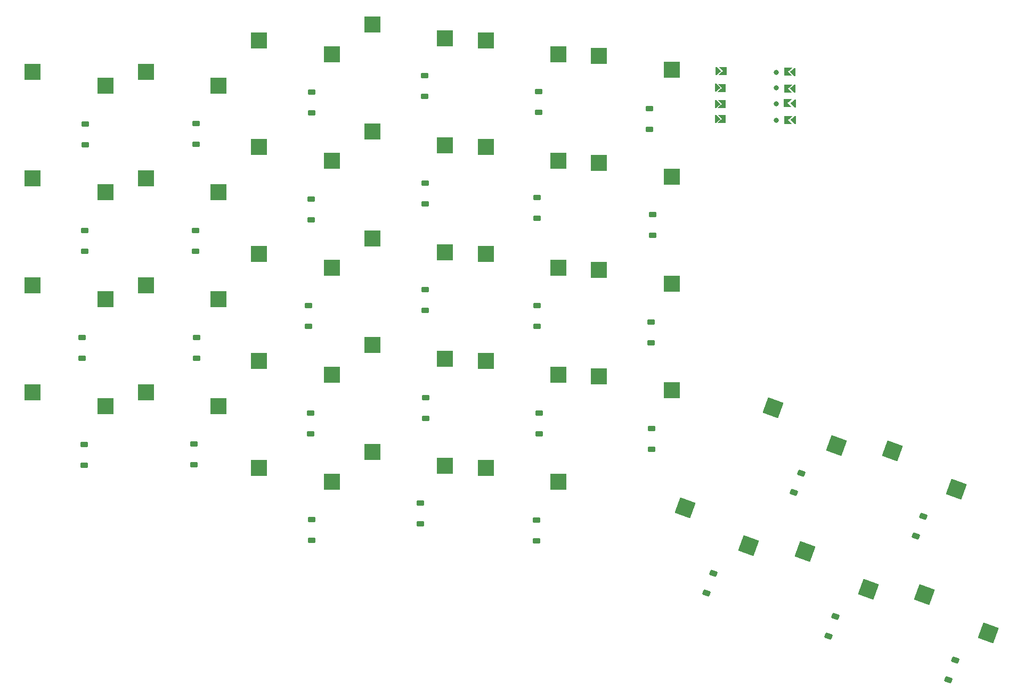
<source format=gbr>
%TF.GenerationSoftware,KiCad,Pcbnew,8.0.5*%
%TF.CreationDate,2024-12-08T15:46:30-07:00*%
%TF.ProjectId,Split V2,53706c69-7420-4563-922e-6b696361645f,rev?*%
%TF.SameCoordinates,Original*%
%TF.FileFunction,Paste,Bot*%
%TF.FilePolarity,Positive*%
%FSLAX46Y46*%
G04 Gerber Fmt 4.6, Leading zero omitted, Abs format (unit mm)*
G04 Created by KiCad (PCBNEW 8.0.5) date 2024-12-08 15:46:30*
%MOMM*%
%LPD*%
G01*
G04 APERTURE LIST*
G04 Aperture macros list*
%AMRoundRect*
0 Rectangle with rounded corners*
0 $1 Rounding radius*
0 $2 $3 $4 $5 $6 $7 $8 $9 X,Y pos of 4 corners*
0 Add a 4 corners polygon primitive as box body*
4,1,4,$2,$3,$4,$5,$6,$7,$8,$9,$2,$3,0*
0 Add four circle primitives for the rounded corners*
1,1,$1+$1,$2,$3*
1,1,$1+$1,$4,$5*
1,1,$1+$1,$6,$7*
1,1,$1+$1,$8,$9*
0 Add four rect primitives between the rounded corners*
20,1,$1+$1,$2,$3,$4,$5,0*
20,1,$1+$1,$4,$5,$6,$7,0*
20,1,$1+$1,$6,$7,$8,$9,0*
20,1,$1+$1,$8,$9,$2,$3,0*%
%AMRotRect*
0 Rectangle, with rotation*
0 The origin of the aperture is its center*
0 $1 length*
0 $2 width*
0 $3 Rotation angle, in degrees counterclockwise*
0 Add horizontal line*
21,1,$1,$2,0,0,$3*%
%AMFreePoly0*
4,1,6,0.273003,-0.563966,0.054118,-0.566755,-0.636958,0.066744,0.054118,0.683245,0.269411,0.686099,0.273003,-0.563966,0.273003,-0.563966,$1*%
%AMFreePoly1*
4,1,6,0.164090,-0.411589,0.855166,-1.028090,-0.394834,-1.028090,-0.394834,0.221910,0.855166,0.221910,0.164090,-0.411589,0.164090,-0.411589,$1*%
G04 Aperture macros list end*
%ADD10RoundRect,0.225000X0.375000X-0.225000X0.375000X0.225000X-0.375000X0.225000X-0.375000X-0.225000X0*%
%ADD11R,2.600000X2.600000*%
%ADD12RotRect,2.600000X2.600000X340.000000*%
%ADD13FreePoly0,180.000000*%
%ADD14FreePoly1,180.000000*%
%ADD15C,0.800000*%
%ADD16FreePoly1,0.000000*%
%ADD17FreePoly0,0.000000*%
%ADD18RoundRect,0.225000X0.275430X-0.339688X0.429339X0.083173X-0.275430X0.339688X-0.429339X-0.083173X0*%
G04 APERTURE END LIST*
D10*
%TO.C,DX3\u002CY2*%
X132601803Y-93637266D03*
X132601803Y-90334201D03*
%TD*%
%TO.C,DX1\u002CY5*%
X186734423Y-130115582D03*
X186734423Y-126812517D03*
%TD*%
D11*
%TO.C,SWX1\u002CY0*%
X88335000Y-121090000D03*
X99885000Y-123290000D03*
%TD*%
D10*
%TO.C,DX3\u002CY3*%
X150762593Y-91090326D03*
X150762593Y-87787261D03*
%TD*%
D11*
%TO.C,SWX4\u002CY0*%
X88335000Y-70090000D03*
X99885000Y-72290000D03*
%TD*%
%TO.C,SWX1\u002CY5*%
X178335000Y-118590000D03*
X189885000Y-120790000D03*
%TD*%
%TO.C,SWX1\u002CY4*%
X160335000Y-116090000D03*
X171885000Y-118290000D03*
%TD*%
D10*
%TO.C,DX2\u002CY2*%
X132211251Y-110614970D03*
X132211251Y-107311905D03*
%TD*%
D12*
%TO.C,SWX0\u002CY3*%
X192039976Y-139456897D03*
X202140981Y-145474553D03*
%TD*%
D10*
%TO.C,DX1\u002CY0*%
X96568428Y-132729939D03*
X96568428Y-129426874D03*
%TD*%
D11*
%TO.C,SWX3\u002CY1*%
X106335000Y-87090000D03*
X117885000Y-89290000D03*
%TD*%
D10*
%TO.C,DX4\u002CY2*%
X132656338Y-76674524D03*
X132656338Y-73371459D03*
%TD*%
%TO.C,DX4\u002CY3*%
X150669480Y-74053760D03*
X150669480Y-70750695D03*
%TD*%
D13*
%TO.C,ProMicro1*%
X197105896Y-69934469D03*
D14*
X198194612Y-70398954D03*
D13*
X196994958Y-72611728D03*
D14*
X198050000Y-73086268D03*
D13*
X196994958Y-75161728D03*
D14*
X198050000Y-75636268D03*
D13*
X196994958Y-77611728D03*
D14*
X198050000Y-78036268D03*
D15*
X206550000Y-77786268D03*
D16*
X208250000Y-77386268D03*
D17*
X209355042Y-77860808D03*
D15*
X206550000Y-75236268D03*
D16*
X208150000Y-74736268D03*
D17*
X209355042Y-75210808D03*
D15*
X206550000Y-72636268D03*
D16*
X208196592Y-72382348D03*
D17*
X209297464Y-72810826D03*
D15*
X206550000Y-70186268D03*
D16*
X208196592Y-69732348D03*
D17*
X209305042Y-70210808D03*
%TD*%
D10*
%TO.C,DX3\u002CY4*%
X168517350Y-93415793D03*
X168517350Y-90112728D03*
%TD*%
D18*
%TO.C,DX0\u002CY5*%
X233832247Y-166812963D03*
X234961962Y-163709098D03*
%TD*%
D10*
%TO.C,DX1\u002CY1*%
X114009430Y-132619203D03*
X114009430Y-129316138D03*
%TD*%
D18*
%TO.C,DMR1*%
X228734339Y-143939382D03*
X229864054Y-140835517D03*
%TD*%
%TO.C,DX0\u002CY4*%
X214785564Y-159873474D03*
X215915279Y-156769609D03*
%TD*%
D10*
%TO.C,DX1\u002CY3*%
X150802734Y-125269304D03*
X150802734Y-121966239D03*
%TD*%
%TO.C,DX4\u002CY1*%
X114310987Y-81620756D03*
X114310987Y-78317691D03*
%TD*%
D11*
%TO.C,SWX3\u002CY2*%
X124335000Y-82090000D03*
X135885000Y-84290000D03*
%TD*%
%TO.C,SWX4\u002CY3*%
X142335000Y-62590000D03*
X153885000Y-64790000D03*
%TD*%
D10*
%TO.C,DX2\u002CY4*%
X168532832Y-110578058D03*
X168532832Y-107274993D03*
%TD*%
D11*
%TO.C,SWX2\u002CY2*%
X124335000Y-99090000D03*
X135885000Y-101290000D03*
%TD*%
D10*
%TO.C,DX4\u002CY5*%
X186326641Y-79258376D03*
X186326641Y-75955311D03*
%TD*%
D11*
%TO.C,SWX0\u002CY0*%
X124335000Y-133090000D03*
X135885000Y-135290000D03*
%TD*%
D10*
%TO.C,DX1\u002CY4*%
X168803195Y-127692443D03*
X168803195Y-124389378D03*
%TD*%
%TO.C,DX3\u002CY0*%
X96612432Y-98620409D03*
X96612432Y-95317344D03*
%TD*%
D11*
%TO.C,SWX3\u002CY4*%
X160335000Y-82090000D03*
X171885000Y-84290000D03*
%TD*%
%TO.C,SWX2\u002CY5*%
X178335000Y-101590000D03*
X189885000Y-103790000D03*
%TD*%
D10*
%TO.C,DX3\u002CY1*%
X114256452Y-98657322D03*
X114256452Y-95354257D03*
%TD*%
D11*
%TO.C,SWX2\u002CY1*%
X106335000Y-104090000D03*
X117885000Y-106290000D03*
%TD*%
D18*
%TO.C,DX0\u002CY3*%
X195396121Y-152970805D03*
X196525836Y-149866940D03*
%TD*%
D11*
%TO.C,SWX1\u002CY3*%
X142335000Y-113590000D03*
X153885000Y-115790000D03*
%TD*%
D10*
%TO.C,DX0\u002CY2*%
X168381064Y-144689484D03*
X168381064Y-141386419D03*
%TD*%
D11*
%TO.C,SWX2\u002CY4*%
X160335000Y-99090000D03*
X171885000Y-101290000D03*
%TD*%
%TO.C,SWX1\u002CY2*%
X124335000Y-116090000D03*
X135885000Y-118290000D03*
%TD*%
D10*
%TO.C,DX3\u002CY5*%
X186899613Y-96147294D03*
X186899613Y-92844229D03*
%TD*%
%TO.C,DX4\u002CY0*%
X96703880Y-81694580D03*
X96703880Y-78391515D03*
%TD*%
D12*
%TO.C,SWML1*%
X205988751Y-123522805D03*
X216089756Y-129540461D03*
%TD*%
D11*
%TO.C,SWX0\u002CY1*%
X142335000Y-130590000D03*
X153885000Y-132790000D03*
%TD*%
D18*
%TO.C,DML1*%
X209344896Y-137036713D03*
X210474611Y-133932848D03*
%TD*%
D11*
%TO.C,SWX4\u002CY4*%
X160335000Y-65090000D03*
X171885000Y-67290000D03*
%TD*%
D12*
%TO.C,SWX0\u002CY4*%
X221169757Y-152400461D03*
X211068752Y-146382805D03*
%TD*%
D11*
%TO.C,SWX2\u002CY3*%
X142335000Y-96590000D03*
X153885000Y-98790000D03*
%TD*%
%TO.C,SWX3\u002CY3*%
X142335000Y-79590000D03*
X153885000Y-81790000D03*
%TD*%
%TO.C,SWX0\u002CY2*%
X160335000Y-133090000D03*
X171885000Y-135290000D03*
%TD*%
%TO.C,SWX1\u002CY1*%
X106335000Y-121090000D03*
X117885000Y-123290000D03*
%TD*%
D10*
%TO.C,DX1\u002CY2*%
X132525342Y-127692443D03*
X132525342Y-124389378D03*
%TD*%
D11*
%TO.C,SWX4\u002CY5*%
X178335000Y-67590000D03*
X189885000Y-69790000D03*
%TD*%
D10*
%TO.C,DX2\u002CY0*%
X96184969Y-115635026D03*
X96184969Y-112331961D03*
%TD*%
D11*
%TO.C,SWX3\u002CY0*%
X88335000Y-87090000D03*
X99885000Y-89290000D03*
%TD*%
D10*
%TO.C,DX2\u002CY5*%
X186582733Y-113254267D03*
X186582733Y-109951202D03*
%TD*%
%TO.C,DX2\u002CY1*%
X114382671Y-115671938D03*
X114382671Y-112368873D03*
%TD*%
D11*
%TO.C,SWX4\u002CY1*%
X106335000Y-70090000D03*
X117885000Y-72290000D03*
%TD*%
D10*
%TO.C,DX0\u002CY0*%
X132668535Y-144634116D03*
X132668535Y-141331051D03*
%TD*%
D11*
%TO.C,SWX3\u002CY5*%
X178335000Y-84590000D03*
X189885000Y-86790000D03*
%TD*%
D10*
%TO.C,DX2\u002CY3*%
X150704251Y-108056691D03*
X150704251Y-104753626D03*
%TD*%
D11*
%TO.C,SWX2\u002CY0*%
X88335000Y-104090000D03*
X99885000Y-106290000D03*
%TD*%
D10*
%TO.C,DX4\u002CY4*%
X168719533Y-76563788D03*
X168719533Y-73260723D03*
%TD*%
%TO.C,DX0\u002CY1*%
X149943433Y-141976439D03*
X149943433Y-138673374D03*
%TD*%
D11*
%TO.C,SWX4\u002CY2*%
X124335000Y-65090000D03*
X135885000Y-67290000D03*
%TD*%
D12*
%TO.C,SWX0\u002CY5*%
X230097527Y-153308713D03*
X240198532Y-159326369D03*
%TD*%
%TO.C,SWMR1*%
X225017527Y-130448713D03*
X235118532Y-136466369D03*
%TD*%
M02*

</source>
